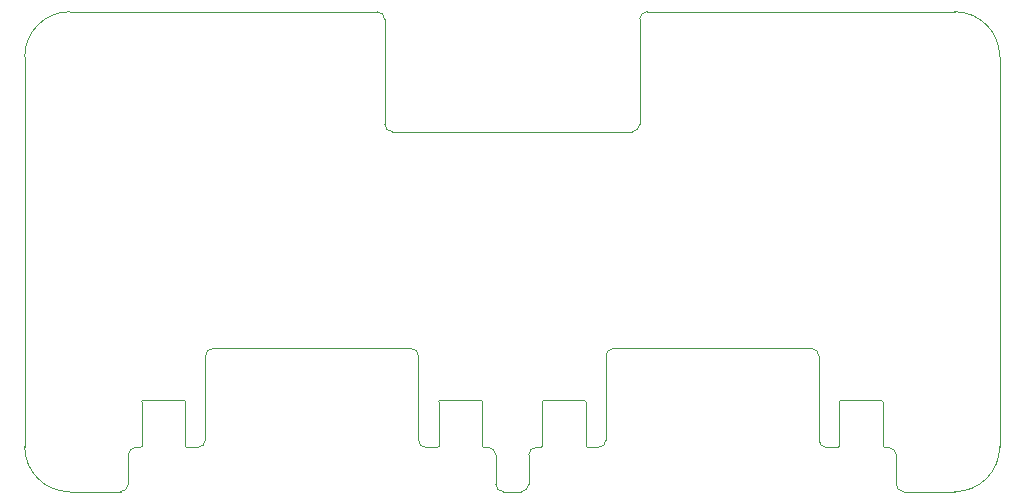
<source format=gm1>
%TF.GenerationSoftware,KiCad,Pcbnew,(5.1.8)-1*%
%TF.CreationDate,2021-01-26T16:03:31+01:00*%
%TF.ProjectId,CPC464 Splitter Faceplate A1,43504334-3634-4205-9370-6c6974746572,rev?*%
%TF.SameCoordinates,Original*%
%TF.FileFunction,Profile,NP*%
%FSLAX46Y46*%
G04 Gerber Fmt 4.6, Leading zero omitted, Abs format (unit mm)*
G04 Created by KiCad (PCBNEW (5.1.8)-1) date 2021-01-26 16:03:31*
%MOMM*%
%LPD*%
G01*
G04 APERTURE LIST*
%TA.AperFunction,Profile*%
%ADD10C,0.050000*%
%TD*%
G04 APERTURE END LIST*
D10*
X171196000Y-108648500D02*
X171577000Y-108648500D01*
X170942000Y-104648000D02*
G75*
G02*
X171069000Y-104775000I0J-127000D01*
G01*
X170942000Y-104648000D02*
X167513000Y-104648000D01*
X167386000Y-104775000D02*
G75*
G02*
X167513000Y-104648000I127000J0D01*
G01*
X171196000Y-108648500D02*
G75*
G02*
X171069000Y-108521500I0J127000D01*
G01*
X167386000Y-104775000D02*
X167386000Y-108521500D01*
X171069000Y-108521500D02*
X171069000Y-104775000D01*
X167386000Y-108521500D02*
G75*
G02*
X167259000Y-108648500I-127000J0D01*
G01*
X137287000Y-108648500D02*
X137668000Y-108648500D01*
X137160000Y-108521500D02*
X137160000Y-104775000D01*
X133477000Y-108521500D02*
G75*
G02*
X133350000Y-108648500I-127000J0D01*
G01*
X133477000Y-104775000D02*
X133477000Y-108521500D01*
X137033000Y-104648000D02*
G75*
G02*
X137160000Y-104775000I0J-127000D01*
G01*
X137287000Y-108648500D02*
G75*
G02*
X137160000Y-108521500I0J127000D01*
G01*
X137033000Y-104648000D02*
X133604000Y-104648000D01*
X133477000Y-104775000D02*
G75*
G02*
X133604000Y-104648000I127000J0D01*
G01*
X146050000Y-108648500D02*
X147002500Y-108648500D01*
X145923000Y-108521500D02*
X145923000Y-104775000D01*
X142240000Y-108521500D02*
G75*
G02*
X142113000Y-108648500I-127000J0D01*
G01*
X142240000Y-104775000D02*
X142240000Y-108521500D01*
X145796000Y-104648000D02*
G75*
G02*
X145923000Y-104775000I0J-127000D01*
G01*
X146050000Y-108648500D02*
G75*
G02*
X145923000Y-108521500I0J127000D01*
G01*
X145796000Y-104648000D02*
X142367000Y-104648000D01*
X142240000Y-104775000D02*
G75*
G02*
X142367000Y-104648000I127000J0D01*
G01*
X112141000Y-108648500D02*
X113093500Y-108648500D01*
X108331000Y-108521500D02*
G75*
G02*
X108204000Y-108648500I-127000J0D01*
G01*
X108331000Y-104775000D02*
X108331000Y-108521500D01*
X108331000Y-104775000D02*
G75*
G02*
X108458000Y-104648000I127000J0D01*
G01*
X111887000Y-104648000D02*
X108458000Y-104648000D01*
X112141000Y-108648500D02*
G75*
G02*
X112014000Y-108521500I0J127000D01*
G01*
X111887000Y-104648000D02*
G75*
G02*
X112014000Y-104775000I0J-127000D01*
G01*
X112014000Y-108521500D02*
X112014000Y-104775000D01*
X106553000Y-112395000D02*
X102235000Y-112395000D01*
X138938000Y-112395000D02*
X140462000Y-112395000D01*
X151130000Y-71755000D02*
X177165000Y-71755000D01*
X147637500Y-108013500D02*
G75*
G02*
X147002500Y-108648500I-635000J0D01*
G01*
X148272500Y-100266500D02*
X165036500Y-100266500D01*
X147637500Y-100901500D02*
X147637500Y-108013500D01*
X141097000Y-109283500D02*
X141097000Y-111760000D01*
X172847000Y-112395000D02*
G75*
G02*
X172212000Y-111760000I0J635000D01*
G01*
X141097000Y-111760000D02*
G75*
G02*
X140462000Y-112395000I-635000J0D01*
G01*
X171577000Y-108648500D02*
G75*
G02*
X172212000Y-109283500I0J-635000D01*
G01*
X141097000Y-109283500D02*
G75*
G02*
X141732000Y-108648500I635000J0D01*
G01*
X166306500Y-108648500D02*
G75*
G02*
X165671500Y-108013500I0J635000D01*
G01*
X147637500Y-100901500D02*
G75*
G02*
X148272500Y-100266500I635000J0D01*
G01*
X165671500Y-100901500D02*
X165671500Y-108013500D01*
X166306500Y-108648500D02*
X167259000Y-108648500D01*
X172212000Y-109283500D02*
X172212000Y-111760000D01*
X141732000Y-108648500D02*
X142113000Y-108648500D01*
X165036500Y-100266500D02*
G75*
G02*
X165671500Y-100901500I0J-635000D01*
G01*
X138938000Y-112395000D02*
G75*
G02*
X138303000Y-111760000I0J635000D01*
G01*
X107188000Y-111760000D02*
G75*
G02*
X106553000Y-112395000I-635000J0D01*
G01*
X138303000Y-109283500D02*
X138303000Y-111760000D01*
X137668000Y-108648500D02*
G75*
G02*
X138303000Y-109283500I0J-635000D01*
G01*
X132397500Y-108648500D02*
X133350000Y-108648500D01*
X107188000Y-109283500D02*
X107188000Y-111760000D01*
X107823000Y-108648500D02*
X108204000Y-108648500D01*
X107188000Y-109283500D02*
G75*
G02*
X107823000Y-108648500I635000J0D01*
G01*
X132397500Y-108648500D02*
G75*
G02*
X131762500Y-108013500I0J635000D01*
G01*
X113728500Y-108013500D02*
G75*
G02*
X113093500Y-108648500I-635000J0D01*
G01*
X131127500Y-100266500D02*
G75*
G02*
X131762500Y-100901500I0J-635000D01*
G01*
X113728500Y-100901500D02*
G75*
G02*
X114363500Y-100266500I635000J0D01*
G01*
X131762500Y-100901500D02*
X131762500Y-108013500D01*
X113728500Y-100901500D02*
X113728500Y-108013500D01*
X114363500Y-100266500D02*
X131127500Y-100266500D01*
X128905000Y-81280000D02*
X128905000Y-72390000D01*
X149860000Y-81915000D02*
X129540000Y-81915000D01*
X150495000Y-81280000D02*
X150495000Y-72390000D01*
X150495000Y-72390000D02*
G75*
G02*
X151130000Y-71755000I635000J0D01*
G01*
X150495000Y-81280000D02*
G75*
G02*
X149860000Y-81915000I-635000J0D01*
G01*
X128270000Y-71755000D02*
G75*
G02*
X128905000Y-72390000I0J-635000D01*
G01*
X129540000Y-81915000D02*
G75*
G02*
X128905000Y-81280000I0J635000D01*
G01*
X180975000Y-108585000D02*
G75*
G02*
X177165000Y-112395000I-3810000J0D01*
G01*
X177165000Y-71755000D02*
G75*
G02*
X180975000Y-75565000I0J-3810000D01*
G01*
X98425000Y-75565000D02*
G75*
G02*
X102235000Y-71755000I3810000J0D01*
G01*
X102235000Y-112395000D02*
G75*
G02*
X98425000Y-108585000I0J3810000D01*
G01*
X177165000Y-112395000D02*
X172847000Y-112395000D01*
X180975000Y-75565000D02*
X180975000Y-108585000D01*
X102235000Y-71755000D02*
X128270000Y-71755000D01*
X98425000Y-108585000D02*
X98425000Y-75565000D01*
M02*

</source>
